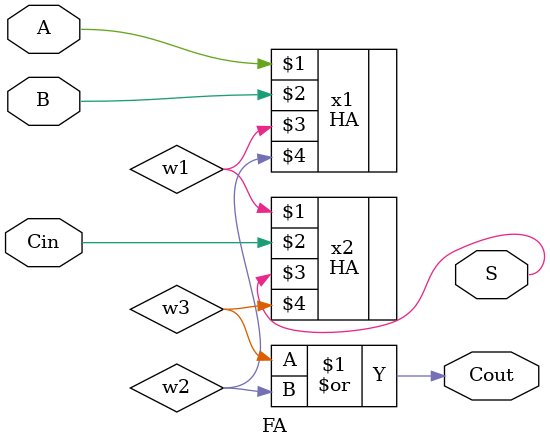
<source format=v>
module FA(
  input A, B, Cin,
  output S, Cout
);
wire w1, w2, w3;
HA x1 (A, B, w1, w2);
HA x2 (w1, Cin, S, w3);
assign Cout = w3 | w2;
endmodule

</source>
